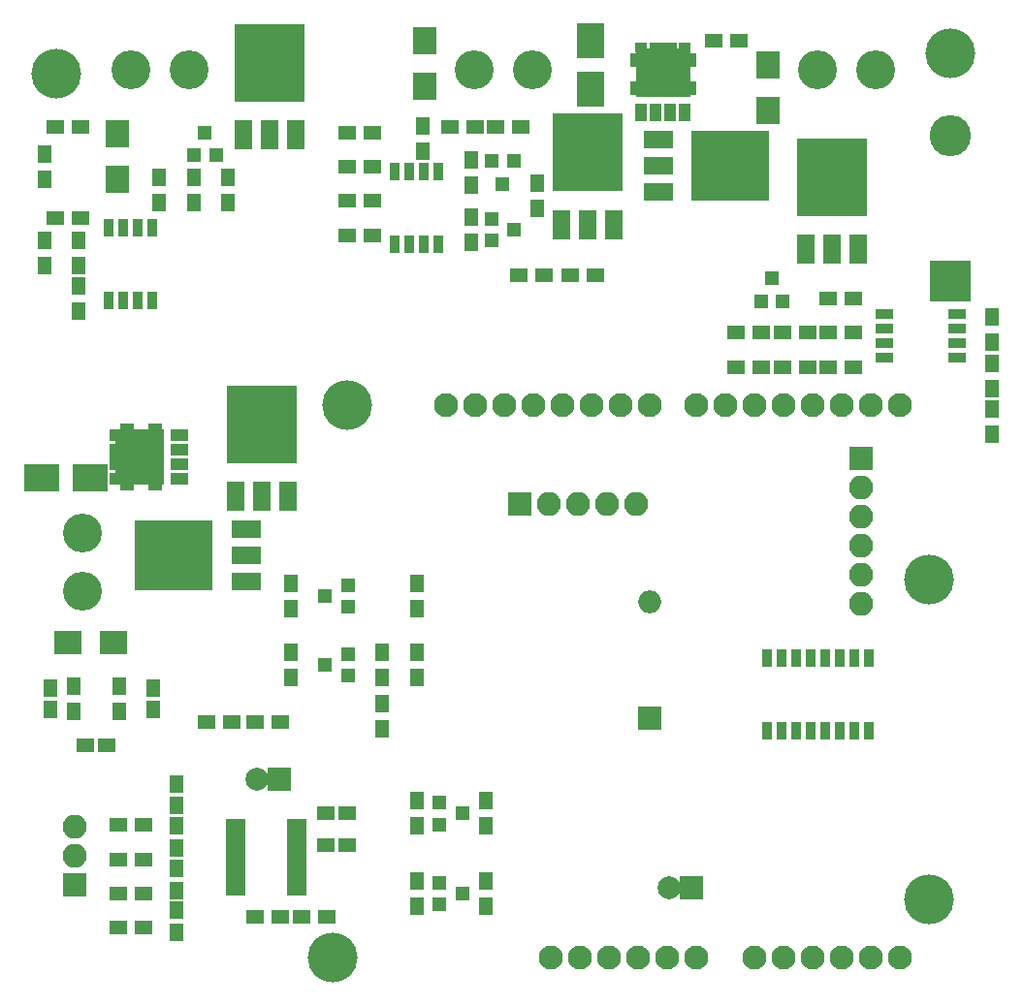
<source format=gbr>
G04 #@! TF.FileFunction,Soldermask,Top*
%FSLAX46Y46*%
G04 Gerber Fmt 4.6, Leading zero omitted, Abs format (unit mm)*
G04 Created by KiCad (PCBNEW 4.0.4-stable) date 05/22/17 17:02:14*
%MOMM*%
%LPD*%
G01*
G04 APERTURE LIST*
%ADD10C,0.100000*%
%ADD11R,1.150000X1.600000*%
%ADD12R,1.600000X1.150000*%
%ADD13R,2.000000X2.000000*%
%ADD14C,2.000000*%
%ADD15O,2.000000X2.000000*%
%ADD16R,3.600000X3.600000*%
%ADD17O,3.600000X3.600000*%
%ADD18R,3.050000X2.430000*%
%ADD19R,2.430000X3.050000*%
%ADD20C,3.400000*%
%ADD21R,2.100000X2.100000*%
%ADD22O,2.100000X2.100000*%
%ADD23R,1.200000X1.300000*%
%ADD24R,1.600000X2.600000*%
%ADD25R,6.200000X6.800000*%
%ADD26R,1.300000X1.200000*%
%ADD27R,2.600000X1.600000*%
%ADD28R,6.800000X6.200000*%
%ADD29R,1.300000X1.600000*%
%ADD30R,1.600000X1.300000*%
%ADD31R,2.400000X2.100000*%
%ADD32R,2.100000X2.400000*%
%ADD33R,0.908000X1.543000*%
%ADD34R,1.670000X0.806400*%
%ADD35R,1.543000X0.908000*%
%ADD36C,2.100000*%
%ADD37C,4.337000*%
%ADD38R,1.200000X0.875000*%
%ADD39R,0.950000X1.050000*%
%ADD40R,0.950000X1.150000*%
%ADD41R,4.300000X2.625000*%
%ADD42R,1.650000X1.050000*%
%ADD43R,0.875000X1.200000*%
%ADD44R,1.050000X0.950000*%
%ADD45R,1.150000X0.950000*%
%ADD46R,2.625000X4.300000*%
%ADD47R,1.050000X1.650000*%
G04 APERTURE END LIST*
D10*
D11*
X114050000Y-107400000D03*
X114050000Y-109300000D03*
X114050000Y-111100000D03*
X114050000Y-113000000D03*
X114050000Y-114800000D03*
X114050000Y-116700000D03*
X114050000Y-118450000D03*
X114050000Y-120350000D03*
X103000000Y-100950000D03*
X103000000Y-99050000D03*
D12*
X127050000Y-112750000D03*
X128950000Y-112750000D03*
X127050000Y-110000000D03*
X128950000Y-110000000D03*
X107950000Y-104000000D03*
X106050000Y-104000000D03*
D13*
X123000000Y-107000000D03*
D14*
X121000000Y-107000000D03*
D11*
X112000000Y-100950000D03*
X112000000Y-99050000D03*
D13*
X159000000Y-116500000D03*
D14*
X157000000Y-116500000D03*
D13*
X155300000Y-101700000D03*
D15*
X155300000Y-91540000D03*
D16*
X181550000Y-63450000D03*
D17*
X181550000Y-50750000D03*
D18*
X102260000Y-80650000D03*
X106440000Y-80650000D03*
D19*
X150150000Y-42510000D03*
X150150000Y-46690000D03*
D20*
X115080000Y-45000000D03*
X110000000Y-45000000D03*
D21*
X105150000Y-116200000D03*
D22*
X105150000Y-113660000D03*
X105150000Y-111120000D03*
D20*
X175080000Y-45000000D03*
X170000000Y-45000000D03*
X105800000Y-85520000D03*
X105800000Y-90600000D03*
X145080000Y-45000000D03*
X140000000Y-45000000D03*
D23*
X115550000Y-52500000D03*
X117450000Y-52500000D03*
X116500000Y-50500000D03*
D24*
X119870000Y-50700000D03*
X122150000Y-50700000D03*
X124430000Y-50700000D03*
D25*
X122150000Y-44400000D03*
D24*
X147620000Y-58550000D03*
X149900000Y-58550000D03*
X152180000Y-58550000D03*
D25*
X149900000Y-52250000D03*
D23*
X143450000Y-53000000D03*
X141550000Y-53000000D03*
X142500000Y-55000000D03*
D26*
X129000000Y-91950000D03*
X129000000Y-90050000D03*
X127000000Y-91000000D03*
X141500000Y-58050000D03*
X141500000Y-59950000D03*
X143500000Y-59000000D03*
D27*
X156100000Y-51120000D03*
X156100000Y-53400000D03*
X156100000Y-55680000D03*
D28*
X162400000Y-53400000D03*
D23*
X165050000Y-65250000D03*
X166950000Y-65250000D03*
X166000000Y-63250000D03*
D24*
X168970000Y-60700000D03*
X171250000Y-60700000D03*
X173530000Y-60700000D03*
D25*
X171250000Y-54400000D03*
D29*
X112500000Y-54400000D03*
X112500000Y-56600000D03*
D30*
X116650000Y-102000000D03*
X118850000Y-102000000D03*
X111100000Y-111000000D03*
X108900000Y-111000000D03*
X111100000Y-114000000D03*
X108900000Y-114000000D03*
X111100000Y-117000000D03*
X108900000Y-117000000D03*
X111100000Y-120000000D03*
X108900000Y-120000000D03*
X144100000Y-50000000D03*
X141900000Y-50000000D03*
X140100000Y-50000000D03*
X137900000Y-50000000D03*
D29*
X115500000Y-56600000D03*
X115500000Y-54400000D03*
D30*
X123100000Y-102000000D03*
X120900000Y-102000000D03*
X123100000Y-119000000D03*
X120900000Y-119000000D03*
D29*
X118500000Y-54400000D03*
X118500000Y-56600000D03*
D30*
X124900000Y-119000000D03*
X127100000Y-119000000D03*
D29*
X105000000Y-98900000D03*
X105000000Y-101100000D03*
X135500000Y-49900000D03*
X135500000Y-52100000D03*
D31*
X108500000Y-95050000D03*
X104500000Y-95050000D03*
D32*
X135700000Y-46500000D03*
X135700000Y-42500000D03*
D29*
X109000000Y-98900000D03*
X109000000Y-101100000D03*
X139750000Y-55100000D03*
X139750000Y-52900000D03*
D30*
X128900000Y-56500000D03*
X131100000Y-56500000D03*
X128900000Y-50500000D03*
X131100000Y-50500000D03*
D29*
X132000000Y-100400000D03*
X132000000Y-102600000D03*
D30*
X131100000Y-59500000D03*
X128900000Y-59500000D03*
X128900000Y-53500000D03*
X131100000Y-53500000D03*
D29*
X145500000Y-54900000D03*
X145500000Y-57100000D03*
X105500000Y-66100000D03*
X105500000Y-63900000D03*
X102500000Y-62100000D03*
X102500000Y-59900000D03*
X132000000Y-95900000D03*
X132000000Y-98100000D03*
D30*
X103400000Y-58000000D03*
X105600000Y-58000000D03*
X143900000Y-63000000D03*
X146100000Y-63000000D03*
D29*
X105500000Y-62100000D03*
X105500000Y-59900000D03*
D32*
X108850000Y-54600000D03*
X108850000Y-50600000D03*
D29*
X135000000Y-95900000D03*
X135000000Y-98100000D03*
D30*
X105600000Y-50000000D03*
X103400000Y-50000000D03*
D29*
X139750000Y-60100000D03*
X139750000Y-57900000D03*
X102500000Y-52400000D03*
X102500000Y-54600000D03*
D30*
X148400000Y-63000000D03*
X150600000Y-63000000D03*
X162900000Y-71000000D03*
X165100000Y-71000000D03*
X165100000Y-68000000D03*
X162900000Y-68000000D03*
X170900000Y-65000000D03*
X173100000Y-65000000D03*
X173100000Y-68000000D03*
X170900000Y-68000000D03*
X169100000Y-68000000D03*
X166900000Y-68000000D03*
X163100000Y-42500000D03*
X160900000Y-42500000D03*
D32*
X165650000Y-48600000D03*
X165650000Y-44600000D03*
D29*
X185250000Y-72850000D03*
X185250000Y-70650000D03*
X185250000Y-76850000D03*
X185250000Y-74650000D03*
X185250000Y-66650000D03*
X185250000Y-68850000D03*
D30*
X166900000Y-71000000D03*
X169100000Y-71000000D03*
X170900000Y-71000000D03*
X173100000Y-71000000D03*
D33*
X136855000Y-60275000D03*
X135585000Y-60275000D03*
X134315000Y-60275000D03*
X133045000Y-60275000D03*
X133045000Y-53925000D03*
X134315000Y-53925000D03*
X135585000Y-53925000D03*
X136855000Y-53925000D03*
D34*
X124517000Y-116721000D03*
X124517000Y-116086000D03*
X124517000Y-115425600D03*
X124517000Y-114765200D03*
X124517000Y-114130200D03*
X124517000Y-113469800D03*
X124517000Y-112809400D03*
X124517000Y-112174400D03*
X124517000Y-111514000D03*
X124517000Y-110879000D03*
X119183000Y-110879000D03*
X119183000Y-111514000D03*
X119183000Y-112174400D03*
X119183000Y-112809400D03*
X119183000Y-113469800D03*
X119183000Y-114130200D03*
X119183000Y-114765200D03*
X119183000Y-115425600D03*
X119183000Y-116086000D03*
X119183000Y-116721000D03*
D33*
X165555000Y-96425000D03*
X168095000Y-96425000D03*
X169365000Y-96425000D03*
X170635000Y-96425000D03*
X171905000Y-96425000D03*
X173175000Y-96425000D03*
X174445000Y-96425000D03*
X174445000Y-102775000D03*
X173175000Y-102775000D03*
X171905000Y-102775000D03*
X170635000Y-102775000D03*
X169365000Y-102775000D03*
X168095000Y-102775000D03*
X166825000Y-102775000D03*
X165555000Y-102775000D03*
X166825000Y-96425000D03*
D35*
X175825000Y-70155000D03*
X175825000Y-68885000D03*
X175825000Y-67615000D03*
X175825000Y-66345000D03*
X182175000Y-66345000D03*
X182175000Y-67615000D03*
X182175000Y-68885000D03*
X182175000Y-70155000D03*
D33*
X108095000Y-58825000D03*
X109365000Y-58825000D03*
X110635000Y-58825000D03*
X111905000Y-58825000D03*
X111905000Y-65175000D03*
X110635000Y-65175000D03*
X109365000Y-65175000D03*
X108095000Y-65175000D03*
D26*
X129000000Y-97950000D03*
X129000000Y-96050000D03*
X127000000Y-97000000D03*
D27*
X120100000Y-89730000D03*
X120100000Y-87450000D03*
X120100000Y-85170000D03*
D28*
X113800000Y-87450000D03*
D24*
X119170000Y-82300000D03*
X121450000Y-82300000D03*
X123730000Y-82300000D03*
D25*
X121450000Y-76000000D03*
D29*
X124000000Y-95900000D03*
X124000000Y-98100000D03*
X135000000Y-89900000D03*
X135000000Y-92100000D03*
X124000000Y-92100000D03*
X124000000Y-89900000D03*
D36*
X177165000Y-122555000D03*
X174625000Y-122555000D03*
X172085000Y-122555000D03*
X164465000Y-122555000D03*
X167005000Y-122555000D03*
X169545000Y-122555000D03*
X159385000Y-122555000D03*
X156845000Y-122555000D03*
X154305000Y-122555000D03*
X149225000Y-122555000D03*
X146685000Y-122555000D03*
X177165000Y-74295000D03*
X174625000Y-74295000D03*
X172085000Y-74295000D03*
X169545000Y-74295000D03*
X167005000Y-74295000D03*
X164465000Y-74295000D03*
X161925000Y-74295000D03*
X159385000Y-74295000D03*
X155321000Y-74295000D03*
X152781000Y-74295000D03*
X150241000Y-74295000D03*
X147701000Y-74295000D03*
X145161000Y-74295000D03*
X142621000Y-74295000D03*
X140081000Y-74295000D03*
X137541000Y-74295000D03*
X151765000Y-122555000D03*
D37*
X179705000Y-117475000D03*
X179705000Y-89535000D03*
X128905000Y-74295000D03*
X127635000Y-122555000D03*
X103550000Y-45350000D03*
X181550000Y-43600000D03*
D26*
X137000000Y-116050000D03*
X137000000Y-117950000D03*
X139000000Y-117000000D03*
X137000000Y-109050000D03*
X137000000Y-110950000D03*
X139000000Y-110000000D03*
D29*
X135000000Y-115900000D03*
X135000000Y-118100000D03*
X141000000Y-118100000D03*
X141000000Y-115900000D03*
X135000000Y-108900000D03*
X135000000Y-111100000D03*
X141000000Y-111100000D03*
X141000000Y-108900000D03*
D38*
X112160000Y-81312500D03*
X109710000Y-81312500D03*
X112160000Y-76387500D03*
D39*
X108580000Y-80750000D03*
D40*
X108575000Y-79425000D03*
D41*
X110800000Y-79962500D03*
D42*
X114275000Y-80755000D03*
X114275000Y-79485000D03*
X114275000Y-78215000D03*
X114275000Y-76945000D03*
D40*
X108575000Y-78275000D03*
D41*
X110800000Y-77737500D03*
D39*
X108580000Y-76950000D03*
D38*
X109710000Y-76387500D03*
D21*
X144000000Y-83000000D03*
D22*
X146540000Y-83000000D03*
X149080000Y-83000000D03*
X151620000Y-83000000D03*
X154160000Y-83000000D03*
D43*
X154037500Y-46660000D03*
X154037500Y-44210000D03*
X158962500Y-46660000D03*
D44*
X154600000Y-43080000D03*
D45*
X155925000Y-43075000D03*
D46*
X155387500Y-45300000D03*
D47*
X154595000Y-48775000D03*
X155865000Y-48775000D03*
X157135000Y-48775000D03*
X158405000Y-48775000D03*
D45*
X157075000Y-43075000D03*
D46*
X157612500Y-45300000D03*
D44*
X158400000Y-43080000D03*
D43*
X158962500Y-44210000D03*
D21*
X173800000Y-79000000D03*
D22*
X173800000Y-81540000D03*
X173800000Y-84080000D03*
X173800000Y-86620000D03*
X173800000Y-89160000D03*
X173800000Y-91700000D03*
M02*

</source>
